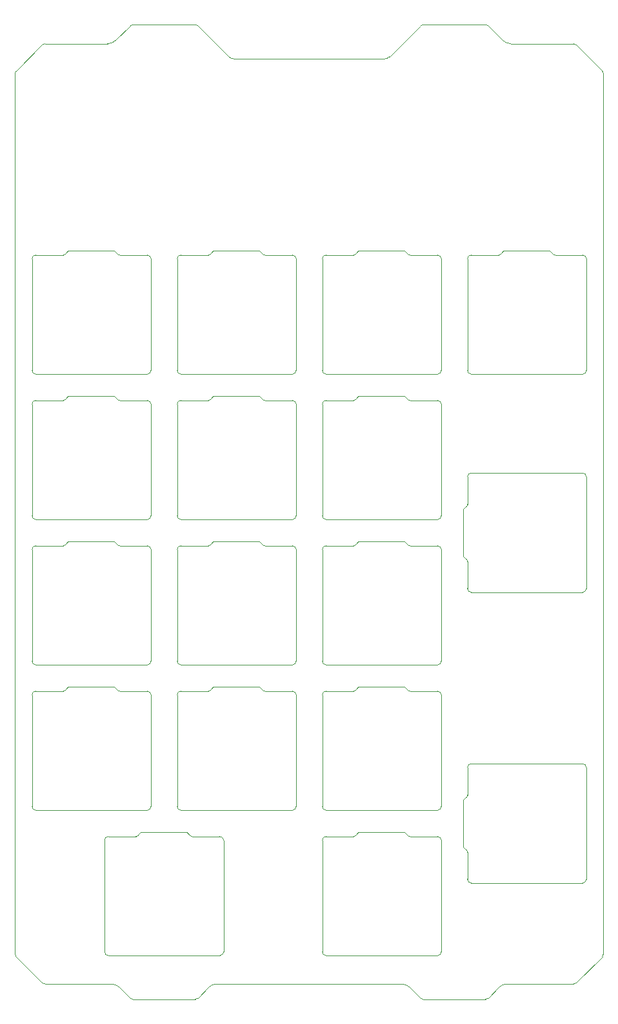
<source format=gm1>
G04 #@! TF.GenerationSoftware,KiCad,Pcbnew,(6.0.5)*
G04 #@! TF.CreationDate,2022-06-15T23:31:17+02:00*
G04 #@! TF.ProjectId,plate-SI,706c6174-652d-4534-992e-6b696361645f,rev?*
G04 #@! TF.SameCoordinates,Original*
G04 #@! TF.FileFunction,Profile,NP*
%FSLAX46Y46*%
G04 Gerber Fmt 4.6, Leading zero omitted, Abs format (unit mm)*
G04 Created by KiCad (PCBNEW (6.0.5)) date 2022-06-15 23:31:17*
%MOMM*%
%LPD*%
G01*
G04 APERTURE LIST*
G04 #@! TA.AperFunction,Profile*
%ADD10C,0.100000*%
G04 #@! TD*
G04 APERTURE END LIST*
D10*
X30290000Y-49840000D02*
X30290000Y-64460000D01*
X45410000Y-26860000D02*
G75*
G03*
X45910000Y-26360000I0J500000D01*
G01*
X49840000Y7810000D02*
G75*
G03*
X49340000Y7310000I0J-500000D01*
G01*
X15342002Y-30290000D02*
X11740000Y-30290000D01*
X26860000Y-45410000D02*
X26860000Y-30790000D01*
X-2810000Y8370000D02*
G75*
G03*
X-3258999Y8090000I1J-500001D01*
G01*
X-3707998Y-30290000D02*
G75*
G03*
X-3258999Y-30010000I-1J500001D01*
G01*
X17335000Y-68890000D02*
G75*
G03*
X16835000Y-68390000I-500000J0D01*
G01*
X15342002Y-11240000D02*
X11740000Y-11240000D01*
X45410000Y-45910000D02*
G75*
G03*
X45910000Y-45410000I0J500000D01*
G01*
X49840000Y-58865000D02*
G75*
G03*
X49340000Y-59365000I0J-500000D01*
G01*
X15342002Y-30290002D02*
G75*
G03*
X15791001Y-30010000I-2J500002D01*
G01*
X2810000Y8370000D02*
X-2810000Y8370000D01*
X38417893Y33500005D02*
G75*
G03*
X39125000Y33792893I7J999995D01*
G01*
X53978567Y35939354D02*
G75*
G03*
X55039214Y35500000I1060633J1060546D01*
G01*
X11240000Y-49840000D02*
X11240000Y-64460000D01*
X16240000Y-48780000D02*
G75*
G03*
X15791001Y-49060000I0J-500000D01*
G01*
X67175000Y31585786D02*
X67175000Y-83810786D01*
X30790000Y-84010000D02*
X45410000Y-84010000D01*
X30790000Y7810000D02*
G75*
G03*
X30290000Y7310000I0J-500000D01*
G01*
X64960000Y-35885000D02*
X64960000Y-21265000D01*
X15342002Y7809998D02*
G75*
G03*
X15791001Y8090000I-2J500002D01*
G01*
X5817002Y-68390002D02*
G75*
G03*
X6266001Y-68110000I-2J500002D01*
G01*
X45910000Y7310000D02*
G75*
G03*
X45410000Y7810000I-500000J0D01*
G01*
X22309001Y8090001D02*
G75*
G03*
X22757998Y7810000I448999J219999D01*
G01*
X26360000Y-64960000D02*
G75*
G03*
X26860000Y-64460000I0J500000D01*
G01*
X7310000Y-49340000D02*
X3707998Y-49340000D01*
X3171447Y35939340D02*
X5085660Y37853553D01*
X30290000Y-30790000D02*
X30290000Y-45410000D01*
X3258999Y-49060000D02*
G75*
G03*
X2810000Y-48780000I-448999J-220000D01*
G01*
X21860000Y-10680000D02*
X16240000Y-10680000D01*
X11740000Y-64960000D02*
X26360000Y-64960000D01*
X45910000Y-68890000D02*
G75*
G03*
X45410000Y-68390000I-500000J0D01*
G01*
X64460000Y-36385000D02*
G75*
G03*
X64960000Y-35885000I0J500000D01*
G01*
X-6110786Y35500000D02*
X2110786Y35500000D01*
X41359001Y-49059999D02*
G75*
G03*
X41807998Y-49340000I448999J219999D01*
G01*
X15342002Y7810000D02*
X11740000Y7810000D01*
X-7810000Y-30790000D02*
X-7810000Y-45410000D01*
X26360000Y-7810000D02*
G75*
G03*
X26860000Y-7310000I0J500000D01*
G01*
X5817002Y-68390000D02*
X2215000Y-68390000D01*
X30790000Y-26860000D02*
X45410000Y-26860000D01*
X45410000Y-7810000D02*
G75*
G03*
X45910000Y-7310000I0J500000D01*
G01*
X-3707998Y7810000D02*
X-7310000Y7810000D01*
X7810000Y-45410000D02*
X7810000Y-30790000D01*
X15342002Y-49340002D02*
G75*
G03*
X15791001Y-49060000I-2J500002D01*
G01*
X12335000Y-67830000D02*
X6715000Y-67830000D01*
X16835000Y-68390000D02*
X13232998Y-68390000D01*
X7810000Y-7310000D02*
X7810000Y7310000D01*
X15342002Y-49340000D02*
X11740000Y-49340000D01*
X34392002Y-49340002D02*
G75*
G03*
X34841001Y-49060000I-2J500002D01*
G01*
X3259001Y8090001D02*
G75*
G03*
X3707998Y7810000I448999J219999D01*
G01*
X7310000Y-30290000D02*
X3707998Y-30290000D01*
X3671449Y-88164338D02*
G75*
G03*
X2610786Y-87725000I-1060659J-1060662D01*
G01*
X11740000Y-45910000D02*
X26360000Y-45910000D01*
X67174961Y31585786D02*
G75*
G03*
X67028553Y31939340I-500061J14D01*
G01*
X30790000Y-11240000D02*
G75*
G03*
X30290000Y-11740000I0J-500000D01*
G01*
X49840000Y-74485000D02*
X64460000Y-74485000D01*
X16439214Y-87725009D02*
G75*
G03*
X15378553Y-88164340I-14J-1499991D01*
G01*
X-7810000Y7310000D02*
X-7810000Y-7310000D01*
X-3707998Y7810000D02*
G75*
G03*
X-3258999Y8090000I-1J500001D01*
G01*
X35290000Y-10680000D02*
G75*
G03*
X34841001Y-10960000I0J-500000D01*
G01*
X3258999Y8090000D02*
G75*
G03*
X2810000Y8370000I-448999J-220000D01*
G01*
X7810000Y-64460000D02*
X7810000Y-49840000D01*
X1715000Y-83510000D02*
G75*
G03*
X2215000Y-84010000I500000J0D01*
G01*
X40710786Y-87725000D02*
X16439214Y-87725000D01*
X43539214Y37999961D02*
G75*
G03*
X43185660Y37853553I-14J-500061D01*
G01*
X30290000Y-68890000D02*
X30290000Y-83510000D01*
X49340000Y-7310000D02*
G75*
G03*
X49840000Y-7810000I500000J0D01*
G01*
X30290000Y7310000D02*
X30290000Y-7310000D01*
X7310000Y-45910000D02*
G75*
G03*
X7810000Y-45410000I0J500000D01*
G01*
X2110786Y35500002D02*
G75*
G03*
X3171447Y35939340I4J1499998D01*
G01*
X-3707998Y-11240000D02*
X-7310000Y-11240000D01*
X41358999Y-49060000D02*
G75*
G03*
X40910000Y-48780000I-448999J-220000D01*
G01*
X45410000Y-84010000D02*
G75*
G03*
X45910000Y-83510000I0J500000D01*
G01*
X40910000Y8370000D02*
X35290000Y8370000D01*
X49340000Y-70485000D02*
X49340000Y-73985000D01*
X45910000Y-49840000D02*
G75*
G03*
X45410000Y-49340000I-500000J0D01*
G01*
X-3707998Y-11240000D02*
G75*
G03*
X-3258999Y-10960000I-1J500001D01*
G01*
X34392002Y7810000D02*
X30790000Y7810000D01*
X34392002Y-11240000D02*
X30790000Y-11240000D01*
X60408999Y8090000D02*
G75*
G03*
X59960000Y8370000I-448999J-220000D01*
G01*
X11740000Y-26860000D02*
X26360000Y-26860000D01*
X-7310000Y-64960000D02*
X7310000Y-64960000D01*
X67028539Y-84164326D02*
G75*
G03*
X67175000Y-83810786I-353439J353526D01*
G01*
X22308999Y-30010000D02*
G75*
G03*
X21860000Y-29730000I-448999J-220000D01*
G01*
X63614340Y35353553D02*
X67028553Y31939340D01*
X-7810000Y-49840000D02*
X-7810000Y-64460000D01*
X63260786Y-87725000D02*
X54539214Y-87725000D01*
X7810000Y-30790000D02*
G75*
G03*
X7310000Y-30290000I-500000J0D01*
G01*
X26860000Y-26360000D02*
X26860000Y-11740000D01*
X30790000Y-68390000D02*
G75*
G03*
X30290000Y-68890000I0J-500000D01*
G01*
X45410000Y-30290000D02*
X41807998Y-30290000D01*
X49059999Y-25315999D02*
G75*
G03*
X49340000Y-24867002I-219999J448999D01*
G01*
X-2810000Y-10680000D02*
G75*
G03*
X-3258999Y-10960000I1J-500001D01*
G01*
X26860000Y-7310000D02*
X26860000Y7310000D01*
X-7310000Y-30290000D02*
G75*
G03*
X-7810000Y-30790000I1J-500001D01*
G01*
X-3707998Y-49340000D02*
X-7310000Y-49340000D01*
X64460000Y7810000D02*
X60857998Y7810000D01*
X11740000Y-49340000D02*
G75*
G03*
X11240000Y-49840000I0J-500000D01*
G01*
X30290000Y-45410000D02*
G75*
G03*
X30790000Y-45910000I500000J0D01*
G01*
X49340000Y-32385000D02*
X49340000Y-35885000D01*
X11240000Y-26360000D02*
G75*
G03*
X11740000Y-26860000I500000J0D01*
G01*
X2810000Y-10680000D02*
X-2810000Y-10680000D01*
X40910000Y-29730000D02*
X35290000Y-29730000D01*
X3258999Y-10960000D02*
G75*
G03*
X2810000Y-10680000I-448999J-220000D01*
G01*
X16240000Y-10680000D02*
G75*
G03*
X15791001Y-10960000I0J-500000D01*
G01*
X64460000Y-20765000D02*
X49840000Y-20765000D01*
X22309001Y-49059999D02*
G75*
G03*
X22757998Y-49340000I448999J219999D01*
G01*
X-7810000Y-26360000D02*
G75*
G03*
X-7310000Y-26860000I500001J1D01*
G01*
X1715000Y-68890000D02*
X1715000Y-83510000D01*
X54539214Y-87725039D02*
G75*
G03*
X53478553Y-88164340I-14J-1500061D01*
G01*
X40910000Y-67830000D02*
X35290000Y-67830000D01*
X40910000Y-48780000D02*
X35290000Y-48780000D01*
X11240000Y7310000D02*
X11240000Y-7310000D01*
X49340000Y7310000D02*
X49340000Y-7310000D01*
X21860000Y-48780000D02*
X16240000Y-48780000D01*
X41359001Y-68109999D02*
G75*
G03*
X41807998Y-68390000I448999J219999D01*
G01*
X34392002Y-49340000D02*
X30790000Y-49340000D01*
X26860000Y7310000D02*
G75*
G03*
X26360000Y7810000I-500000J0D01*
G01*
X39125000Y33792893D02*
X43185660Y37853553D01*
X7310000Y-26860000D02*
G75*
G03*
X7810000Y-26360000I0J500000D01*
G01*
X-7310000Y-49340000D02*
G75*
G03*
X-7810000Y-49840000I1J-500001D01*
G01*
X15342002Y-11240002D02*
G75*
G03*
X15791001Y-10960000I-2J500002D01*
G01*
X11740000Y-7810000D02*
X26360000Y-7810000D01*
X41359001Y8090001D02*
G75*
G03*
X41807998Y7810000I448999J219999D01*
G01*
X22309001Y-30009999D02*
G75*
G03*
X22757998Y-30290000I448999J219999D01*
G01*
X11240000Y-64460000D02*
G75*
G03*
X11740000Y-64960000I500000J0D01*
G01*
X64960000Y-7310000D02*
X64960000Y7310000D01*
X49340000Y-73985000D02*
G75*
G03*
X49840000Y-74485000I500000J0D01*
G01*
X11740000Y7810000D02*
G75*
G03*
X11240000Y7310000I0J-500000D01*
G01*
X30790000Y-7810000D02*
X45410000Y-7810000D01*
X64960000Y7310000D02*
G75*
G03*
X64460000Y7810000I-500000J0D01*
G01*
X7810000Y-26360000D02*
X7810000Y-11740000D01*
X45910000Y-7310000D02*
X45910000Y7310000D01*
X41358999Y-10960000D02*
G75*
G03*
X40910000Y-10680000I-448999J-220000D01*
G01*
X7310000Y-64960000D02*
G75*
G03*
X7810000Y-64460000I0J500000D01*
G01*
X55039214Y35500000D02*
X63260786Y35500000D01*
X64960000Y-59365000D02*
G75*
G03*
X64460000Y-58865000I-500000J0D01*
G01*
X30290000Y-26360000D02*
G75*
G03*
X30790000Y-26860000I500000J0D01*
G01*
X60409001Y8090001D02*
G75*
G03*
X60857998Y7810000I448999J219999D01*
G01*
X18024997Y33792890D02*
G75*
G03*
X18732107Y33500000I707103J707110D01*
G01*
X7810000Y-11740000D02*
G75*
G03*
X7310000Y-11240000I-500000J0D01*
G01*
X-7810000Y-45410000D02*
G75*
G03*
X-7310000Y-45910000I500001J1D01*
G01*
X41359001Y-30009999D02*
G75*
G03*
X41807998Y-30290000I448999J219999D01*
G01*
X21860000Y8370000D02*
X16240000Y8370000D01*
X22308999Y-49060000D02*
G75*
G03*
X21860000Y-48780000I-448999J-220000D01*
G01*
X40910000Y-10680000D02*
X35290000Y-10680000D01*
X13610786Y-89725000D02*
X5439214Y-89725000D01*
X22308999Y-10960000D02*
G75*
G03*
X21860000Y-10680000I-448999J-220000D01*
G01*
X34392002Y7809998D02*
G75*
G03*
X34841001Y8090000I-2J500002D01*
G01*
X-6464340Y-87578553D02*
X-9878553Y-84164340D01*
X49340000Y-35885000D02*
G75*
G03*
X49840000Y-36385000I500000J0D01*
G01*
X15378553Y-88164340D02*
X13964340Y-89578553D01*
X-7310000Y7810000D02*
G75*
G03*
X-7810000Y7310000I1J-500001D01*
G01*
X30790000Y-30290000D02*
G75*
G03*
X30290000Y-30790000I0J-500000D01*
G01*
X16835000Y-84010000D02*
G75*
G03*
X17335000Y-83510000I0J500000D01*
G01*
X-7310000Y-11240000D02*
G75*
G03*
X-7810000Y-11740000I1J-500001D01*
G01*
X30290000Y-7310000D02*
G75*
G03*
X30790000Y-7810000I500000J0D01*
G01*
X51710786Y-89725000D02*
X43539214Y-89725000D01*
X45910000Y-30790000D02*
G75*
G03*
X45410000Y-30290000I-500000J0D01*
G01*
X5085660Y-89578553D02*
X3671447Y-88164340D01*
X35290000Y-48780000D02*
G75*
G03*
X34841001Y-49060000I0J-500000D01*
G01*
X2810000Y-48780000D02*
X-2810000Y-48780000D01*
X45410000Y-49340000D02*
X41807998Y-49340000D01*
X49340000Y-59365000D02*
X49340000Y-62967002D01*
X52064340Y37853553D02*
X53978553Y35939340D01*
X2215000Y-84010000D02*
X16835000Y-84010000D01*
X26860000Y-11740000D02*
G75*
G03*
X26360000Y-11240000I-500000J0D01*
G01*
X26360000Y7810000D02*
X22757998Y7810000D01*
X13964347Y37853560D02*
G75*
G03*
X13610786Y38000000I-353547J-353560D01*
G01*
X45410000Y-11240000D02*
X41807998Y-11240000D01*
X6715000Y-67830000D02*
G75*
G03*
X6266001Y-68110000I0J-500000D01*
G01*
X30290000Y-11740000D02*
X30290000Y-26360000D01*
X43539214Y38000000D02*
X51710786Y38000000D01*
X34392002Y-11240002D02*
G75*
G03*
X34841001Y-10960000I-2J500002D01*
G01*
X49060000Y-63416001D02*
G75*
G03*
X48780000Y-63865000I220000J-448999D01*
G01*
X-7310000Y-45910000D02*
X7310000Y-45910000D01*
X13964340Y37853553D02*
X18025000Y33792893D01*
X34392002Y-30290002D02*
G75*
G03*
X34841001Y-30010000I-2J500002D01*
G01*
X30790000Y-45910000D02*
X45410000Y-45910000D01*
X26860000Y-49840000D02*
G75*
G03*
X26360000Y-49340000I-500000J0D01*
G01*
X11740000Y-30290000D02*
G75*
G03*
X11240000Y-30790000I0J-500000D01*
G01*
X34392002Y-68390002D02*
G75*
G03*
X34841001Y-68110000I-2J500002D01*
G01*
X48780000Y-63865000D02*
X48780000Y-69587002D01*
X45410000Y-68390000D02*
X41807998Y-68390000D01*
X12784001Y-68109999D02*
G75*
G03*
X13232998Y-68390000I448999J219999D01*
G01*
X11240000Y-11740000D02*
X11240000Y-26360000D01*
X34392002Y-68390000D02*
X30790000Y-68390000D01*
X64960000Y-21265000D02*
G75*
G03*
X64460000Y-20765000I-500000J0D01*
G01*
X49340000Y-32385000D02*
G75*
G03*
X49060000Y-31936001I-500000J0D01*
G01*
X3259001Y-49059999D02*
G75*
G03*
X3707998Y-49340000I448999J219999D01*
G01*
X2610786Y-87725000D02*
X-6110786Y-87725000D01*
X45910000Y-11740000D02*
G75*
G03*
X45410000Y-11240000I-500000J0D01*
G01*
X26360000Y-30290000D02*
X22757998Y-30290000D01*
X45910000Y-64460000D02*
X45910000Y-49840000D01*
X5085653Y-89578560D02*
G75*
G03*
X5439214Y-89725000I353547J353560D01*
G01*
X49340000Y-21265000D02*
X49340000Y-24867002D01*
X30290000Y-83510000D02*
G75*
G03*
X30790000Y-84010000I500000J0D01*
G01*
X30790000Y-64960000D02*
X45410000Y-64960000D01*
X53442002Y7810000D02*
X49840000Y7810000D01*
X49840000Y-7810000D02*
X64460000Y-7810000D01*
X49340000Y-70485000D02*
G75*
G03*
X49060000Y-70036001I-500000J0D01*
G01*
X67028553Y-84164340D02*
X63614340Y-87578553D01*
X-3707998Y-49340000D02*
G75*
G03*
X-3258999Y-49060000I-1J500001D01*
G01*
X26360000Y-49340000D02*
X22757998Y-49340000D01*
X45910000Y-26360000D02*
X45910000Y-11740000D01*
X5439214Y37999990D02*
G75*
G03*
X5085660Y37853553I-14J-499990D01*
G01*
X49060000Y-25316001D02*
G75*
G03*
X48780000Y-25765000I220000J-448999D01*
G01*
X54340000Y8370000D02*
G75*
G03*
X53891001Y8090000I0J-500000D01*
G01*
X-6464340Y-87578553D02*
G75*
G03*
X-6110786Y-87725000I353553J353550D01*
G01*
X-10025000Y-83810786D02*
X-10025000Y31585786D01*
X45910000Y-83510000D02*
X45910000Y-68890000D01*
X16240000Y8370000D02*
G75*
G03*
X15791001Y8090000I0J-500000D01*
G01*
X-7310000Y-7810000D02*
X7310000Y-7810000D01*
X22309001Y-10959999D02*
G75*
G03*
X22757998Y-11240000I448999J219999D01*
G01*
X43185660Y-89578553D02*
X41771447Y-88164340D01*
X-3707998Y-30290000D02*
X-7310000Y-30290000D01*
X7310000Y-7810000D02*
G75*
G03*
X7810000Y-7310000I0J500000D01*
G01*
X3258999Y-30010000D02*
G75*
G03*
X2810000Y-29730000I-448999J-220000D01*
G01*
X-7810000Y-11740000D02*
X-7810000Y-26360000D01*
X2215000Y-68390000D02*
G75*
G03*
X1715000Y-68890000I0J-500000D01*
G01*
X26860000Y-64460000D02*
X26860000Y-49840000D01*
X13610786Y-89724990D02*
G75*
G03*
X13964340Y-89578553I14J499990D01*
G01*
X45910000Y-45410000D02*
X45910000Y-30790000D01*
X45410000Y-64960000D02*
G75*
G03*
X45910000Y-64460000I0J500000D01*
G01*
X-9878553Y31939340D02*
X-6464340Y35353553D01*
X-7810000Y-7310000D02*
G75*
G03*
X-7310000Y-7810000I500001J1D01*
G01*
X51710786Y-89724961D02*
G75*
G03*
X52064340Y-89578553I14J500061D01*
G01*
X26860000Y-30790000D02*
G75*
G03*
X26360000Y-30290000I-500000J0D01*
G01*
X43185674Y-89578539D02*
G75*
G03*
X43539214Y-89725000I353526J353439D01*
G01*
X18732107Y33500000D02*
X38417893Y33500000D01*
X26360000Y-26860000D02*
G75*
G03*
X26860000Y-26360000I0J500000D01*
G01*
X45410000Y7810000D02*
X41807998Y7810000D01*
X41358999Y-68110000D02*
G75*
G03*
X40910000Y-67830000I-448999J-220000D01*
G01*
X63614326Y35353539D02*
G75*
G03*
X63260786Y35500000I-353526J-353439D01*
G01*
X64460000Y-7810000D02*
G75*
G03*
X64960000Y-7310000I0J500000D01*
G01*
X49840000Y-20765000D02*
G75*
G03*
X49340000Y-21265000I0J-500000D01*
G01*
X34392002Y-30290000D02*
X30790000Y-30290000D01*
X5439214Y38000000D02*
X13610786Y38000000D01*
X7810000Y-49840000D02*
G75*
G03*
X7310000Y-49340000I-500000J0D01*
G01*
X-2810000Y-48780000D02*
G75*
G03*
X-3258999Y-49060000I1J-500001D01*
G01*
X12783999Y-68110000D02*
G75*
G03*
X12335000Y-67830000I-448999J-220000D01*
G01*
X11240000Y-45410000D02*
G75*
G03*
X11740000Y-45910000I500000J0D01*
G01*
X30790000Y-49340000D02*
G75*
G03*
X30290000Y-49840000I0J-500000D01*
G01*
X64960000Y-73985000D02*
X64960000Y-59365000D01*
X53442002Y7809998D02*
G75*
G03*
X53891001Y8090000I-2J500002D01*
G01*
X64460000Y-74485000D02*
G75*
G03*
X64960000Y-73985000I0J500000D01*
G01*
X52064326Y37853539D02*
G75*
G03*
X51710786Y38000000I-353526J-353439D01*
G01*
X22308999Y8090000D02*
G75*
G03*
X21860000Y8370000I-448999J-220000D01*
G01*
X41771433Y-88164354D02*
G75*
G03*
X40710786Y-87725000I-1060633J-1060546D01*
G01*
X64460000Y-58865000D02*
X49840000Y-58865000D01*
X7310000Y7810000D02*
X3707998Y7810000D01*
X-7810000Y-64460000D02*
G75*
G03*
X-7310000Y-64960000I500001J1D01*
G01*
X26360000Y-11240000D02*
X22757998Y-11240000D01*
X53478553Y-88164340D02*
X52064340Y-89578553D01*
X35290000Y-29730000D02*
G75*
G03*
X34841001Y-30010000I0J-500000D01*
G01*
X17335000Y-83510000D02*
X17335000Y-68890000D01*
X35290000Y-67830000D02*
G75*
G03*
X34841001Y-68110000I0J-500000D01*
G01*
X59960000Y8370000D02*
X54340000Y8370000D01*
X2810000Y-29730000D02*
X-2810000Y-29730000D01*
X35290000Y8370000D02*
G75*
G03*
X34841001Y8090000I0J-500000D01*
G01*
X7310000Y-11240000D02*
X3707998Y-11240000D01*
X-9878553Y31939340D02*
G75*
G03*
X-10025000Y31585786I353550J-353553D01*
G01*
X49059999Y-63415999D02*
G75*
G03*
X49340000Y-62967002I-219999J448999D01*
G01*
X48779998Y-69587002D02*
G75*
G03*
X49060000Y-70036001I500002J2D01*
G01*
X-2810000Y-29730000D02*
G75*
G03*
X-3258999Y-30010000I1J-500001D01*
G01*
X41358999Y8090000D02*
G75*
G03*
X40910000Y8370000I-448999J-220000D01*
G01*
X11240000Y-7310000D02*
G75*
G03*
X11740000Y-7810000I500000J0D01*
G01*
X16240000Y-29730000D02*
G75*
G03*
X15791001Y-30010000I0J-500000D01*
G01*
X-6110786Y35500000D02*
G75*
G03*
X-6464340Y35353553I-1J-499997D01*
G01*
X-7310000Y-26860000D02*
X7310000Y-26860000D01*
X48779998Y-31487002D02*
G75*
G03*
X49060000Y-31936001I500002J2D01*
G01*
X11740000Y-11240000D02*
G75*
G03*
X11240000Y-11740000I0J-500000D01*
G01*
X30290000Y-64460000D02*
G75*
G03*
X30790000Y-64960000I500000J0D01*
G01*
X49840000Y-36385000D02*
X64460000Y-36385000D01*
X63260786Y-87724961D02*
G75*
G03*
X63614340Y-87578553I14J500061D01*
G01*
X21860000Y-29730000D02*
X16240000Y-29730000D01*
X41358999Y-30010000D02*
G75*
G03*
X40910000Y-29730000I-448999J-220000D01*
G01*
X-10025000Y-83810786D02*
G75*
G03*
X-9878553Y-84164340I499997J-1D01*
G01*
X48780000Y-25765000D02*
X48780000Y-31487002D01*
X7810000Y7310000D02*
G75*
G03*
X7310000Y7810000I-500000J0D01*
G01*
X11240000Y-30790000D02*
X11240000Y-45410000D01*
X3259001Y-30009999D02*
G75*
G03*
X3707998Y-30290000I448999J219999D01*
G01*
X3259001Y-10959999D02*
G75*
G03*
X3707998Y-11240000I448999J219999D01*
G01*
X26360000Y-45910000D02*
G75*
G03*
X26860000Y-45410000I0J500000D01*
G01*
X41359001Y-10959999D02*
G75*
G03*
X41807998Y-11240000I448999J219999D01*
G01*
M02*

</source>
